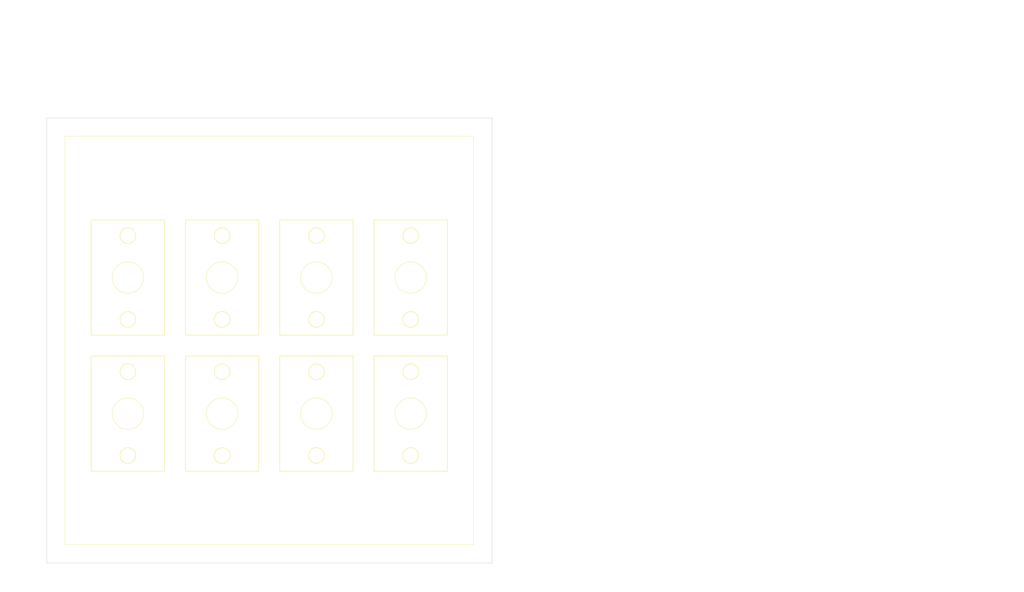
<source format=kicad_pcb>
(kicad_pcb (version 20171130) (host pcbnew "(5.1.10)-1")

  (general
    (thickness 1.6)
    (drawings 66)
    (tracks 0)
    (zones 0)
    (modules 32)
    (nets 1)
  )

  (page A4)
  (layers
    (0 F.Cu signal)
    (31 B.Cu signal)
    (32 B.Adhes user)
    (33 F.Adhes user)
    (34 B.Paste user)
    (35 F.Paste user)
    (36 B.SilkS user)
    (37 F.SilkS user)
    (38 B.Mask user)
    (39 F.Mask user)
    (40 Dwgs.User user)
    (41 Cmts.User user)
    (42 Eco1.User user)
    (43 Eco2.User user)
    (44 Edge.Cuts user)
    (45 Margin user)
    (46 B.CrtYd user)
    (47 F.CrtYd user)
    (48 B.Fab user)
    (49 F.Fab user)
  )

  (setup
    (last_trace_width 0.25)
    (trace_clearance 0.2)
    (zone_clearance 0.508)
    (zone_45_only no)
    (trace_min 0.2)
    (via_size 0.8)
    (via_drill 0.4)
    (via_min_size 0.4)
    (via_min_drill 0.3)
    (uvia_size 0.3)
    (uvia_drill 0.1)
    (uvias_allowed no)
    (uvia_min_size 0.2)
    (uvia_min_drill 0.1)
    (edge_width 0.1)
    (segment_width 0.2)
    (pcb_text_width 0.3)
    (pcb_text_size 1.5 1.5)
    (mod_edge_width 0.15)
    (mod_text_size 1 1)
    (mod_text_width 0.15)
    (pad_size 1.524 1.524)
    (pad_drill 0.762)
    (pad_to_mask_clearance 0)
    (aux_axis_origin 63.5 149.91)
    (grid_origin 63.5 149.91)
    (visible_elements 7FFFFFFF)
    (pcbplotparams
      (layerselection 0x010fc_ffffffff)
      (usegerberextensions false)
      (usegerberattributes true)
      (usegerberadvancedattributes true)
      (creategerberjobfile true)
      (excludeedgelayer true)
      (linewidth 0.100000)
      (plotframeref false)
      (viasonmask false)
      (mode 1)
      (useauxorigin false)
      (hpglpennumber 1)
      (hpglpenspeed 20)
      (hpglpendiameter 15.000000)
      (psnegative false)
      (psa4output false)
      (plotreference true)
      (plotvalue true)
      (plotinvisibletext false)
      (padsonsilk false)
      (subtractmaskfromsilk false)
      (outputformat 1)
      (mirror false)
      (drillshape 0)
      (scaleselection 1)
      (outputdirectory "gerberpannel/"))
  )

  (net 0 "")

  (net_class Default "This is the default net class."
    (clearance 0.2)
    (trace_width 0.25)
    (via_dia 0.8)
    (via_drill 0.4)
    (uvia_dia 0.3)
    (uvia_drill 0.1)
  )

  (module Mounting_Holes:MountingHole_3.2mm_M3 (layer F.Cu) (tedit 56D1B4CB) (tstamp 6171189A)
    (at 278.13 98.475)
    (descr "Mounting Hole 3.2mm, no annular, M3")
    (tags "mounting hole 3.2mm no annular m3")
    (attr virtual)
    (fp_text reference REF** (at 0 -4.2) (layer F.SilkS) hide
      (effects (font (size 1 1) (thickness 0.15)))
    )
    (fp_text value MountingHole_3.2mm_M3 (at 0 4.2) (layer F.Fab)
      (effects (font (size 1 1) (thickness 0.15)))
    )
    (fp_circle (center 0 0) (end 3.45 0) (layer F.CrtYd) (width 0.05))
    (fp_circle (center 0 0) (end 3.2 0) (layer Cmts.User) (width 0.15))
    (fp_text user %R (at 0.3 0) (layer F.Fab)
      (effects (font (size 1 1) (thickness 0.15)))
    )
    (pad 1 np_thru_hole circle (at 0 0) (size 3.2 3.2) (drill 3.2) (layers *.Cu *.Mask))
  )

  (module Mounting_Holes:MountingHole_3.2mm_M3 (layer F.Cu) (tedit 56D1B4CB) (tstamp 6171188C)
    (at 278.13 30.53)
    (descr "Mounting Hole 3.2mm, no annular, M3")
    (tags "mounting hole 3.2mm no annular m3")
    (attr virtual)
    (fp_text reference REF** (at 0 -4.2) (layer F.SilkS) hide
      (effects (font (size 1 1) (thickness 0.15)))
    )
    (fp_text value MountingHole_3.2mm_M3 (at 0 4.2) (layer F.Fab)
      (effects (font (size 1 1) (thickness 0.15)))
    )
    (fp_circle (center 0 0) (end 3.2 0) (layer Cmts.User) (width 0.15))
    (fp_circle (center 0 0) (end 3.45 0) (layer F.CrtYd) (width 0.05))
    (fp_text user %R (at 0.3 0) (layer F.Fab)
      (effects (font (size 1 1) (thickness 0.15)))
    )
    (pad 1 np_thru_hole circle (at 0 0) (size 3.2 3.2) (drill 3.2) (layers *.Cu *.Mask))
  )

  (module Mounting_Holes:MountingHole_3.2mm_M3 (layer F.Cu) (tedit 56D1B4CB) (tstamp 6171187E)
    (at 195.58 98.475)
    (descr "Mounting Hole 3.2mm, no annular, M3")
    (tags "mounting hole 3.2mm no annular m3")
    (attr virtual)
    (fp_text reference REF** (at 0 -4.2) (layer F.SilkS) hide
      (effects (font (size 1 1) (thickness 0.15)))
    )
    (fp_text value MountingHole_3.2mm_M3 (at 0 4.2) (layer F.Fab)
      (effects (font (size 1 1) (thickness 0.15)))
    )
    (fp_circle (center 0 0) (end 3.45 0) (layer F.CrtYd) (width 0.05))
    (fp_circle (center 0 0) (end 3.2 0) (layer Cmts.User) (width 0.15))
    (fp_text user %R (at 0.3 0) (layer F.Fab)
      (effects (font (size 1 1) (thickness 0.15)))
    )
    (pad 1 np_thru_hole circle (at 0 0) (size 3.2 3.2) (drill 3.2) (layers *.Cu *.Mask))
  )

  (module Mounting_Holes:MountingHole_3.2mm_M3 (layer F.Cu) (tedit 56D1B4CB) (tstamp 61711870)
    (at 195.58 30.53)
    (descr "Mounting Hole 3.2mm, no annular, M3")
    (tags "mounting hole 3.2mm no annular m3")
    (attr virtual)
    (fp_text reference REF** (at 0 -4.2) (layer F.SilkS) hide
      (effects (font (size 1 1) (thickness 0.15)))
    )
    (fp_text value MountingHole_3.2mm_M3 (at 3.81 4.2) (layer F.Fab)
      (effects (font (size 1 1) (thickness 0.15)))
    )
    (fp_circle (center 0 0) (end 3.2 0) (layer Cmts.User) (width 0.15))
    (fp_circle (center 0 0) (end 3.45 0) (layer F.CrtYd) (width 0.05))
    (fp_text user %R (at 0.3 0) (layer F.Fab)
      (effects (font (size 1 1) (thickness 0.15)))
    )
    (pad 1 np_thru_hole circle (at 0 0) (size 3.2 3.2) (drill 3.2) (layers *.Cu *.Mask))
  )

  (module Mounting_Holes:MountingHole_3.5mm (layer F.Cu) (tedit 56D1B4CB) (tstamp 6135E590)
    (at 161.925 140.335)
    (descr "Mounting Hole 3.5mm, no annular")
    (tags "mounting hole 3.5mm no annular")
    (attr virtual)
    (fp_text reference REF** (at 0 -4.2) (layer F.SilkS) hide
      (effects (font (size 1 1) (thickness 0.15)))
    )
    (fp_text value MountingHole_3.5mm (at 0 4.2) (layer F.Fab)
      (effects (font (size 1 1) (thickness 0.15)))
    )
    (fp_circle (center 0 0) (end 3.5 0) (layer Cmts.User) (width 0.15))
    (fp_circle (center 0 0) (end 3.75 0) (layer F.CrtYd) (width 0.05))
    (fp_text user %R (at 0.3 0) (layer F.Fab)
      (effects (font (size 1 1) (thickness 0.15)))
    )
    (pad 1 np_thru_hole circle (at 0 0) (size 3.5 3.5) (drill 3.5) (layers *.Cu *.Mask))
  )

  (module Mounting_Holes:MountingHole_3.5mm (layer F.Cu) (tedit 56D1B4CB) (tstamp 6135E582)
    (at 73.025 140.335)
    (descr "Mounting Hole 3.5mm, no annular")
    (tags "mounting hole 3.5mm no annular")
    (attr virtual)
    (fp_text reference REF** (at 0 -4.2) (layer F.SilkS) hide
      (effects (font (size 1 1) (thickness 0.15)))
    )
    (fp_text value MountingHole_3.5mm (at 0 4.2) (layer F.Fab)
      (effects (font (size 1 1) (thickness 0.15)))
    )
    (fp_circle (center 0 0) (end 3.5 0) (layer Cmts.User) (width 0.15))
    (fp_circle (center 0 0) (end 3.75 0) (layer F.CrtYd) (width 0.05))
    (fp_text user %R (at 0.3 0) (layer F.Fab)
      (effects (font (size 1 1) (thickness 0.15)))
    )
    (pad 1 np_thru_hole circle (at 0 0) (size 3.5 3.5) (drill 3.5) (layers *.Cu *.Mask))
  )

  (module Mounting_Holes:MountingHole_3.5mm (layer F.Cu) (tedit 56D1B4CB) (tstamp 6135E59E)
    (at 161.925 51.435)
    (descr "Mounting Hole 3.5mm, no annular")
    (tags "mounting hole 3.5mm no annular")
    (attr virtual)
    (fp_text reference REF** (at 0 -4.2) (layer F.SilkS) hide
      (effects (font (size 1 1) (thickness 0.15)))
    )
    (fp_text value MountingHole_3.5mm (at 0 4.2) (layer F.Fab)
      (effects (font (size 1 1) (thickness 0.15)))
    )
    (fp_circle (center 0 0) (end 3.5 0) (layer Cmts.User) (width 0.15))
    (fp_circle (center 0 0) (end 3.75 0) (layer F.CrtYd) (width 0.05))
    (fp_text user %R (at 0.3 0) (layer F.Fab)
      (effects (font (size 1 1) (thickness 0.15)))
    )
    (pad 1 np_thru_hole circle (at 0 0) (size 3.5 3.5) (drill 3.5) (layers *.Cu *.Mask))
  )

  (module Mounting_Holes:MountingHole_3.5mm (layer F.Cu) (tedit 56D1B4CB) (tstamp 6135E574)
    (at 73.025 51.435)
    (descr "Mounting Hole 3.5mm, no annular")
    (tags "mounting hole 3.5mm no annular")
    (attr virtual)
    (fp_text reference REF** (at 0 -4.2) (layer F.SilkS) hide
      (effects (font (size 1 1) (thickness 0.15)))
    )
    (fp_text value MountingHole_3.5mm (at 0 4.2) (layer F.Fab)
      (effects (font (size 1 1) (thickness 0.15)))
    )
    (fp_circle (center 0 0) (end 3.5 0) (layer Cmts.User) (width 0.15))
    (fp_circle (center 0 0) (end 3.75 0) (layer F.CrtYd) (width 0.05))
    (fp_text user %R (at 0.3 0) (layer F.Fab)
      (effects (font (size 1 1) (thickness 0.15)))
    )
    (pad 1 np_thru_hole circle (at 0 0) (size 3.5 3.5) (drill 3.5) (layers *.Cu *.Mask))
  )

  (module Mounting_Holes:MountingHole_3.2mm_M3 (layer F.Cu) (tedit 56D1B4CB) (tstamp 6135E3E5)
    (at 83.185 103.505)
    (descr "Mounting Hole 3.2mm, no annular, M3")
    (tags "mounting hole 3.2mm no annular m3")
    (attr virtual)
    (fp_text reference REF** (at 0 -4.2) (layer F.SilkS) hide
      (effects (font (size 1 1) (thickness 0.15)))
    )
    (fp_text value MountingHole_3.2mm_M3 (at 0 4.2) (layer F.Fab)
      (effects (font (size 1 1) (thickness 0.15)))
    )
    (fp_circle (center 0 0) (end 3.2 0) (layer Cmts.User) (width 0.15))
    (fp_circle (center 0 0) (end 3.45 0) (layer F.CrtYd) (width 0.05))
    (fp_text user %R (at 0.3 0) (layer F.Fab)
      (effects (font (size 1 1) (thickness 0.15)))
    )
    (pad 1 np_thru_hole circle (at 0 0) (size 3.2 3.2) (drill 3.2) (layers *.Cu *.Mask))
  )

  (module Mounting_Holes:MountingHole_3.2mm_M3 (layer F.Cu) (tedit 56D1B4CB) (tstamp 6135E415)
    (at 83.185 123.825)
    (descr "Mounting Hole 3.2mm, no annular, M3")
    (tags "mounting hole 3.2mm no annular m3")
    (attr virtual)
    (fp_text reference REF** (at 0 -4.2) (layer F.SilkS) hide
      (effects (font (size 1 1) (thickness 0.15)))
    )
    (fp_text value MountingHole_3.2mm_M3 (at 0 4.2) (layer F.Fab)
      (effects (font (size 1 1) (thickness 0.15)))
    )
    (fp_circle (center 0 0) (end 3.45 0) (layer F.CrtYd) (width 0.05))
    (fp_circle (center 0 0) (end 3.2 0) (layer Cmts.User) (width 0.15))
    (fp_text user %R (at 0.3 0) (layer F.Fab)
      (effects (font (size 1 1) (thickness 0.15)))
    )
    (pad 1 np_thru_hole circle (at 0 0) (size 3.2 3.2) (drill 3.2) (layers *.Cu *.Mask))
  )

  (module Mounting_Holes:MountingHole_3.2mm_M3 (layer F.Cu) (tedit 56D1B4CB) (tstamp 6135E608)
    (at 106.045 123.825)
    (descr "Mounting Hole 3.2mm, no annular, M3")
    (tags "mounting hole 3.2mm no annular m3")
    (attr virtual)
    (fp_text reference REF** (at 0 -4.2) (layer F.SilkS) hide
      (effects (font (size 1 1) (thickness 0.15)))
    )
    (fp_text value MountingHole_3.2mm_M3 (at 0 4.2) (layer F.Fab)
      (effects (font (size 1 1) (thickness 0.15)))
    )
    (fp_circle (center 0 0) (end 3.2 0) (layer Cmts.User) (width 0.15))
    (fp_circle (center 0 0) (end 3.45 0) (layer F.CrtYd) (width 0.05))
    (fp_text user %R (at 0.3 0) (layer F.Fab)
      (effects (font (size 1 1) (thickness 0.15)))
    )
    (pad 1 np_thru_hole circle (at 0 0) (size 3.2 3.2) (drill 3.2) (layers *.Cu *.Mask))
  )

  (module Mounting_Holes:MountingHole_3.2mm_M3 (layer F.Cu) (tedit 56D1B4CB) (tstamp 6135E60F)
    (at 106.045 103.505)
    (descr "Mounting Hole 3.2mm, no annular, M3")
    (tags "mounting hole 3.2mm no annular m3")
    (attr virtual)
    (fp_text reference REF** (at 0 -4.2) (layer F.SilkS) hide
      (effects (font (size 1 1) (thickness 0.15)))
    )
    (fp_text value MountingHole_3.2mm_M3 (at 0 4.2) (layer F.Fab)
      (effects (font (size 1 1) (thickness 0.15)))
    )
    (fp_circle (center 0 0) (end 3.45 0) (layer F.CrtYd) (width 0.05))
    (fp_circle (center 0 0) (end 3.2 0) (layer Cmts.User) (width 0.15))
    (fp_text user %R (at 0.3 0) (layer F.Fab)
      (effects (font (size 1 1) (thickness 0.15)))
    )
    (pad 1 np_thru_hole circle (at 0 0) (size 3.2 3.2) (drill 3.2) (layers *.Cu *.Mask))
  )

  (module Mounting_Holes:MountingHole_3.2mm_M3 (layer F.Cu) (tedit 56D1B4CB) (tstamp 6135E641)
    (at 128.905 103.505)
    (descr "Mounting Hole 3.2mm, no annular, M3")
    (tags "mounting hole 3.2mm no annular m3")
    (attr virtual)
    (fp_text reference REF** (at 0 -4.2) (layer F.SilkS) hide
      (effects (font (size 1 1) (thickness 0.15)))
    )
    (fp_text value MountingHole_3.2mm_M3 (at 0 4.2) (layer F.Fab)
      (effects (font (size 1 1) (thickness 0.15)))
    )
    (fp_circle (center 0 0) (end 3.2 0) (layer Cmts.User) (width 0.15))
    (fp_circle (center 0 0) (end 3.45 0) (layer F.CrtYd) (width 0.05))
    (fp_text user %R (at 0.3 0) (layer F.Fab)
      (effects (font (size 1 1) (thickness 0.15)))
    )
    (pad 1 np_thru_hole circle (at 0 0) (size 3.2 3.2) (drill 3.2) (layers *.Cu *.Mask))
  )

  (module Mounting_Holes:MountingHole_3.2mm_M3 (layer F.Cu) (tedit 56D1B4CB) (tstamp 6135E648)
    (at 128.905 123.825)
    (descr "Mounting Hole 3.2mm, no annular, M3")
    (tags "mounting hole 3.2mm no annular m3")
    (attr virtual)
    (fp_text reference REF** (at 0 -4.2) (layer F.SilkS) hide
      (effects (font (size 1 1) (thickness 0.15)))
    )
    (fp_text value MountingHole_3.2mm_M3 (at 0 4.2) (layer F.Fab)
      (effects (font (size 1 1) (thickness 0.15)))
    )
    (fp_circle (center 0 0) (end 3.45 0) (layer F.CrtYd) (width 0.05))
    (fp_circle (center 0 0) (end 3.2 0) (layer Cmts.User) (width 0.15))
    (fp_text user %R (at 0.3 0) (layer F.Fab)
      (effects (font (size 1 1) (thickness 0.15)))
    )
    (pad 1 np_thru_hole circle (at 0 0) (size 3.2 3.2) (drill 3.2) (layers *.Cu *.Mask))
  )

  (module Mounting_Holes:MountingHole_3.2mm_M3 (layer F.Cu) (tedit 56D1B4CB) (tstamp 6135E7C8)
    (at 151.765 103.505)
    (descr "Mounting Hole 3.2mm, no annular, M3")
    (tags "mounting hole 3.2mm no annular m3")
    (attr virtual)
    (fp_text reference REF** (at 0 -4.2) (layer F.SilkS) hide
      (effects (font (size 1 1) (thickness 0.15)))
    )
    (fp_text value MountingHole_3.2mm_M3 (at 0 4.2) (layer F.Fab)
      (effects (font (size 1 1) (thickness 0.15)))
    )
    (fp_circle (center 0 0) (end 3.2 0) (layer Cmts.User) (width 0.15))
    (fp_circle (center 0 0) (end 3.45 0) (layer F.CrtYd) (width 0.05))
    (fp_text user %R (at 0.3 0) (layer F.Fab)
      (effects (font (size 1 1) (thickness 0.15)))
    )
    (pad 1 np_thru_hole circle (at 0 0) (size 3.2 3.2) (drill 3.2) (layers *.Cu *.Mask))
  )

  (module Mounting_Holes:MountingHole_3.2mm_M3 (layer F.Cu) (tedit 56D1B4CB) (tstamp 6135E7CF)
    (at 151.765 123.825)
    (descr "Mounting Hole 3.2mm, no annular, M3")
    (tags "mounting hole 3.2mm no annular m3")
    (attr virtual)
    (fp_text reference REF** (at 0 -4.2) (layer F.SilkS) hide
      (effects (font (size 1 1) (thickness 0.15)))
    )
    (fp_text value MountingHole_3.2mm_M3 (at 0 4.2) (layer F.Fab)
      (effects (font (size 1 1) (thickness 0.15)))
    )
    (fp_circle (center 0 0) (end 3.45 0) (layer F.CrtYd) (width 0.05))
    (fp_circle (center 0 0) (end 3.2 0) (layer Cmts.User) (width 0.15))
    (fp_text user %R (at 0.3 0) (layer F.Fab)
      (effects (font (size 1 1) (thickness 0.15)))
    )
    (pad 1 np_thru_hole circle (at 0 0) (size 3.2 3.2) (drill 3.2) (layers *.Cu *.Mask))
  )

  (module Mounting_Holes:MountingHole_3.2mm_M3 (layer F.Cu) (tedit 56D1B4CB) (tstamp 6135E814)
    (at 128.905 90.805)
    (descr "Mounting Hole 3.2mm, no annular, M3")
    (tags "mounting hole 3.2mm no annular m3")
    (attr virtual)
    (fp_text reference REF** (at 0 -4.2) (layer F.SilkS) hide
      (effects (font (size 1 1) (thickness 0.15)))
    )
    (fp_text value MountingHole_3.2mm_M3 (at 0 4.2) (layer F.Fab)
      (effects (font (size 1 1) (thickness 0.15)))
    )
    (fp_circle (center 0 0) (end 3.2 0) (layer Cmts.User) (width 0.15))
    (fp_circle (center 0 0) (end 3.45 0) (layer F.CrtYd) (width 0.05))
    (fp_text user %R (at 0.3 0) (layer F.Fab)
      (effects (font (size 1 1) (thickness 0.15)))
    )
    (pad 1 np_thru_hole circle (at 0 0) (size 3.2 3.2) (drill 3.2) (layers *.Cu *.Mask))
  )

  (module Mounting_Holes:MountingHole_3.2mm_M3 (layer F.Cu) (tedit 56D1B4CB) (tstamp 6135E82A)
    (at 151.765 70.485)
    (descr "Mounting Hole 3.2mm, no annular, M3")
    (tags "mounting hole 3.2mm no annular m3")
    (attr virtual)
    (fp_text reference REF** (at 0 -4.2) (layer F.SilkS) hide
      (effects (font (size 1 1) (thickness 0.15)))
    )
    (fp_text value MountingHole_3.2mm_M3 (at 0 4.2) (layer F.Fab)
      (effects (font (size 1 1) (thickness 0.15)))
    )
    (fp_circle (center 0 0) (end 3.45 0) (layer F.CrtYd) (width 0.05))
    (fp_circle (center 0 0) (end 3.2 0) (layer Cmts.User) (width 0.15))
    (fp_text user %R (at 0.3 0) (layer F.Fab)
      (effects (font (size 1 1) (thickness 0.15)))
    )
    (pad 1 np_thru_hole circle (at 0 0) (size 3.2 3.2) (drill 3.2) (layers *.Cu *.Mask))
  )

  (module Mounting_Holes:MountingHole_3.2mm_M3 (layer F.Cu) (tedit 56D1B4CB) (tstamp 6135E831)
    (at 151.765 90.805)
    (descr "Mounting Hole 3.2mm, no annular, M3")
    (tags "mounting hole 3.2mm no annular m3")
    (attr virtual)
    (fp_text reference REF** (at 0 -4.2) (layer F.SilkS) hide
      (effects (font (size 1 1) (thickness 0.15)))
    )
    (fp_text value MountingHole_3.2mm_M3 (at 0 4.2) (layer F.Fab)
      (effects (font (size 1 1) (thickness 0.15)))
    )
    (fp_circle (center 0 0) (end 3.2 0) (layer Cmts.User) (width 0.15))
    (fp_circle (center 0 0) (end 3.45 0) (layer F.CrtYd) (width 0.05))
    (fp_text user %R (at 0.3 0) (layer F.Fab)
      (effects (font (size 1 1) (thickness 0.15)))
    )
    (pad 1 np_thru_hole circle (at 0 0) (size 3.2 3.2) (drill 3.2) (layers *.Cu *.Mask))
  )

  (module Mounting_Holes:MountingHole_3.2mm_M3 (layer F.Cu) (tedit 56D1B4CB) (tstamp 6135E838)
    (at 83.185 90.805)
    (descr "Mounting Hole 3.2mm, no annular, M3")
    (tags "mounting hole 3.2mm no annular m3")
    (attr virtual)
    (fp_text reference REF** (at 0 -4.2) (layer F.SilkS) hide
      (effects (font (size 1 1) (thickness 0.15)))
    )
    (fp_text value MountingHole_3.2mm_M3 (at 0 4.2) (layer F.Fab)
      (effects (font (size 1 1) (thickness 0.15)))
    )
    (fp_circle (center 0 0) (end 3.2 0) (layer Cmts.User) (width 0.15))
    (fp_circle (center 0 0) (end 3.45 0) (layer F.CrtYd) (width 0.05))
    (fp_text user %R (at 0.3 0) (layer F.Fab)
      (effects (font (size 1 1) (thickness 0.15)))
    )
    (pad 1 np_thru_hole circle (at 0 0) (size 3.2 3.2) (drill 3.2) (layers *.Cu *.Mask))
  )

  (module Mounting_Holes:MountingHole_3.2mm_M3 (layer F.Cu) (tedit 56D1B4CB) (tstamp 6135E83F)
    (at 83.185 70.485)
    (descr "Mounting Hole 3.2mm, no annular, M3")
    (tags "mounting hole 3.2mm no annular m3")
    (attr virtual)
    (fp_text reference REF** (at 0 -4.2) (layer F.SilkS) hide
      (effects (font (size 1 1) (thickness 0.15)))
    )
    (fp_text value MountingHole_3.2mm_M3 (at 0 4.2) (layer F.Fab)
      (effects (font (size 1 1) (thickness 0.15)))
    )
    (fp_circle (center 0 0) (end 3.45 0) (layer F.CrtYd) (width 0.05))
    (fp_circle (center 0 0) (end 3.2 0) (layer Cmts.User) (width 0.15))
    (fp_text user %R (at 0.3 0) (layer F.Fab)
      (effects (font (size 1 1) (thickness 0.15)))
    )
    (pad 1 np_thru_hole circle (at 0 0) (size 3.2 3.2) (drill 3.2) (layers *.Cu *.Mask))
  )

  (module Mounting_Holes:MountingHole_3.2mm_M3 (layer F.Cu) (tedit 56D1B4CB) (tstamp 6135E846)
    (at 106.045 70.485)
    (descr "Mounting Hole 3.2mm, no annular, M3")
    (tags "mounting hole 3.2mm no annular m3")
    (attr virtual)
    (fp_text reference REF** (at 0 -4.2) (layer F.SilkS) hide
      (effects (font (size 1 1) (thickness 0.15)))
    )
    (fp_text value MountingHole_3.2mm_M3 (at 0 4.2) (layer F.Fab)
      (effects (font (size 1 1) (thickness 0.15)))
    )
    (fp_circle (center 0 0) (end 3.2 0) (layer Cmts.User) (width 0.15))
    (fp_circle (center 0 0) (end 3.45 0) (layer F.CrtYd) (width 0.05))
    (fp_text user %R (at 0.3 0) (layer F.Fab)
      (effects (font (size 1 1) (thickness 0.15)))
    )
    (pad 1 np_thru_hole circle (at 0 0) (size 3.2 3.2) (drill 3.2) (layers *.Cu *.Mask))
  )

  (module Mounting_Holes:MountingHole_3.2mm_M3 (layer F.Cu) (tedit 56D1B4CB) (tstamp 6135E84D)
    (at 128.905 70.485)
    (descr "Mounting Hole 3.2mm, no annular, M3")
    (tags "mounting hole 3.2mm no annular m3")
    (attr virtual)
    (fp_text reference REF** (at 0 -4.2) (layer F.SilkS) hide
      (effects (font (size 1 1) (thickness 0.15)))
    )
    (fp_text value MountingHole_3.2mm_M3 (at 0 4.2) (layer F.Fab)
      (effects (font (size 1 1) (thickness 0.15)))
    )
    (fp_circle (center 0 0) (end 3.45 0) (layer F.CrtYd) (width 0.05))
    (fp_circle (center 0 0) (end 3.2 0) (layer Cmts.User) (width 0.15))
    (fp_text user %R (at 0.3 0) (layer F.Fab)
      (effects (font (size 1 1) (thickness 0.15)))
    )
    (pad 1 np_thru_hole circle (at 0 0) (size 3.2 3.2) (drill 3.2) (layers *.Cu *.Mask))
  )

  (module Mounting_Holes:MountingHole_3.2mm_M3 (layer F.Cu) (tedit 56D1B4CB) (tstamp 6135E854)
    (at 106.045 90.805)
    (descr "Mounting Hole 3.2mm, no annular, M3")
    (tags "mounting hole 3.2mm no annular m3")
    (attr virtual)
    (fp_text reference REF** (at 0 -4.2) (layer F.SilkS) hide
      (effects (font (size 1 1) (thickness 0.15)))
    )
    (fp_text value MountingHole_3.2mm_M3 (at 0 4.2) (layer F.Fab)
      (effects (font (size 1 1) (thickness 0.15)))
    )
    (fp_circle (center 0 0) (end 3.45 0) (layer F.CrtYd) (width 0.05))
    (fp_circle (center 0 0) (end 3.2 0) (layer Cmts.User) (width 0.15))
    (fp_text user %R (at 0.3 0) (layer F.Fab)
      (effects (font (size 1 1) (thickness 0.15)))
    )
    (pad 1 np_thru_hole circle (at 0 0) (size 3.2 3.2) (drill 3.2) (layers *.Cu *.Mask))
  )

  (module Sebs:6.35mm (layer F.Cu) (tedit 6135EBD8) (tstamp 6135F5E8)
    (at 151.765 113.665)
    (fp_text reference REF** (at 0 -6.8) (layer F.SilkS) hide
      (effects (font (size 1 1) (thickness 0.15)))
    )
    (fp_text value 6.35mm (at 0 -5.4) (layer F.Fab)
      (effects (font (size 1 1) (thickness 0.15)))
    )
    (fp_circle (center 0 0) (end 3.81 0) (layer F.SilkS) (width 0.12))
    (pad "" np_thru_hole circle (at 0 0) (size 6.35 6.35) (drill 6.35) (layers *.Cu *.Mask))
  )

  (module Sebs:6.35mm (layer F.Cu) (tedit 6135EBD8) (tstamp 6135F5D5)
    (at 128.905 113.665)
    (fp_text reference REF** (at 0 -6.8) (layer F.SilkS) hide
      (effects (font (size 1 1) (thickness 0.15)))
    )
    (fp_text value 6.35mm (at 0 -5.4) (layer F.Fab)
      (effects (font (size 1 1) (thickness 0.15)))
    )
    (fp_circle (center 0 0) (end 3.81 0) (layer F.SilkS) (width 0.12))
    (pad "" np_thru_hole circle (at 0 0) (size 6.35 6.35) (drill 6.35) (layers *.Cu *.Mask))
  )

  (module Sebs:6.35mm (layer F.Cu) (tedit 6135EBD8) (tstamp 6135F5C2)
    (at 106.045 113.665)
    (fp_text reference REF** (at 0 -6.8) (layer F.SilkS) hide
      (effects (font (size 1 1) (thickness 0.15)))
    )
    (fp_text value 6.35mm (at 0 -5.4) (layer F.Fab)
      (effects (font (size 1 1) (thickness 0.15)))
    )
    (fp_circle (center 0 0) (end 3.81 0) (layer F.SilkS) (width 0.12))
    (pad "" np_thru_hole circle (at 0 0) (size 6.35 6.35) (drill 6.35) (layers *.Cu *.Mask))
  )

  (module Sebs:6.35mm (layer F.Cu) (tedit 6135EBD8) (tstamp 6135F59C)
    (at 151.765 80.645)
    (fp_text reference REF** (at 0 -6.8) (layer F.SilkS) hide
      (effects (font (size 1 1) (thickness 0.15)))
    )
    (fp_text value 6.35mm (at 0 -5.4) (layer F.Fab)
      (effects (font (size 1 1) (thickness 0.15)))
    )
    (fp_circle (center 0 0) (end 3.81 0) (layer F.SilkS) (width 0.12))
    (pad "" np_thru_hole circle (at 0 0) (size 6.35 6.35) (drill 6.35) (layers *.Cu *.Mask))
  )

  (module Sebs:6.35mm (layer F.Cu) (tedit 6135EBD8) (tstamp 6135F589)
    (at 128.905 80.645)
    (fp_text reference REF** (at 0 -6.8) (layer F.SilkS) hide
      (effects (font (size 1 1) (thickness 0.15)))
    )
    (fp_text value 6.35mm (at 0 -5.4) (layer F.Fab)
      (effects (font (size 1 1) (thickness 0.15)))
    )
    (fp_circle (center 0 0) (end 3.81 0) (layer F.SilkS) (width 0.12))
    (pad "" np_thru_hole circle (at 0 0) (size 6.35 6.35) (drill 6.35) (layers *.Cu *.Mask))
  )

  (module Sebs:6.35mm (layer F.Cu) (tedit 6135EBD8) (tstamp 6135F569)
    (at 106.045 80.645)
    (fp_text reference REF** (at 0 -6.8) (layer F.SilkS) hide
      (effects (font (size 1 1) (thickness 0.15)))
    )
    (fp_text value 6.35mm (at 0 -5.4) (layer F.Fab)
      (effects (font (size 1 1) (thickness 0.15)))
    )
    (fp_circle (center 0 0) (end 3.81 0) (layer F.SilkS) (width 0.12))
    (pad "" np_thru_hole circle (at 0 0) (size 6.35 6.35) (drill 6.35) (layers *.Cu *.Mask))
  )

  (module Sebs:6.35mm (layer F.Cu) (tedit 6135EBD8) (tstamp 6135F4FD)
    (at 83.185 80.645)
    (fp_text reference REF** (at 0 -6.8) (layer F.SilkS) hide
      (effects (font (size 1 1) (thickness 0.15)))
    )
    (fp_text value 6.35mm (at 0 -5.4) (layer F.Fab)
      (effects (font (size 1 1) (thickness 0.15)))
    )
    (fp_circle (center 0 0) (end 3.81 0) (layer F.SilkS) (width 0.12))
    (pad "" np_thru_hole circle (at 0 0) (size 6.35 6.35) (drill 6.35) (layers *.Cu *.Mask))
  )

  (module Sebs:6.35mm (layer F.Cu) (tedit 6135EBD8) (tstamp 6135F5AF)
    (at 83.185 113.665)
    (fp_text reference REF** (at 0 -6.8) (layer F.SilkS) hide
      (effects (font (size 1 1) (thickness 0.15)))
    )
    (fp_text value 6.35mm (at 0 -5.4) (layer F.Fab)
      (effects (font (size 1 1) (thickness 0.15)))
    )
    (fp_circle (center 0 0) (end 3.81 0) (layer F.SilkS) (width 0.12))
    (pad "" np_thru_hole circle (at 0 0) (size 6.35 6.35) (drill 6.35) (layers *.Cu *.Mask))
  )

  (dimension 67.945 (width 0.15) (layer Dwgs.User)
    (gr_text "67.945 mm" (at 292.13 64.5025 270) (layer Dwgs.User) (tstamp 618623D4)
      (effects (font (size 1 1) (thickness 0.15)))
    )
    (feature1 (pts (xy 278.13 98.475) (xy 291.416421 98.475)))
    (feature2 (pts (xy 278.13 30.53) (xy 291.416421 30.53)))
    (crossbar (pts (xy 290.83 30.53) (xy 290.83 98.475)))
    (arrow1a (pts (xy 290.83 98.475) (xy 290.243579 97.348496)))
    (arrow1b (pts (xy 290.83 98.475) (xy 291.416421 97.348496)))
    (arrow2a (pts (xy 290.83 30.53) (xy 290.243579 31.656504)))
    (arrow2b (pts (xy 290.83 30.53) (xy 291.416421 31.656504)))
  )
  (dimension 75.565 (width 0.15) (layer Dwgs.User)
    (gr_text "75.565 mm" (at 299.115 64.5025 270) (layer Dwgs.User)
      (effects (font (size 1 1) (thickness 0.15)))
    )
    (feature1 (pts (xy 281.94 102.285) (xy 298.401421 102.285)))
    (feature2 (pts (xy 281.94 26.72) (xy 298.401421 26.72)))
    (crossbar (pts (xy 297.815 26.72) (xy 297.815 102.285)))
    (arrow1a (pts (xy 297.815 102.285) (xy 297.228579 101.158496)))
    (arrow1b (pts (xy 297.815 102.285) (xy 298.401421 101.158496)))
    (arrow2a (pts (xy 297.815 26.72) (xy 297.228579 27.846504)))
    (arrow2b (pts (xy 297.815 26.72) (xy 298.401421 27.846504)))
  )
  (dimension 90.17 (width 0.15) (layer Dwgs.User)
    (gr_text "90.170 mm" (at 236.855 13.99) (layer Dwgs.User) (tstamp 618623CB)
      (effects (font (size 1 1) (thickness 0.15)))
    )
    (feature1 (pts (xy 281.94 26.72) (xy 281.94 14.703579)))
    (feature2 (pts (xy 191.77 26.72) (xy 191.77 14.703579)))
    (crossbar (pts (xy 191.77 15.29) (xy 281.94 15.29)))
    (arrow1a (pts (xy 281.94 15.29) (xy 280.813496 15.876421)))
    (arrow1b (pts (xy 281.94 15.29) (xy 280.813496 14.703579)))
    (arrow2a (pts (xy 191.77 15.29) (xy 192.896504 15.876421)))
    (arrow2b (pts (xy 191.77 15.29) (xy 192.896504 14.703579)))
  )
  (gr_line (start 281.94 26.72) (end 191.77 26.72) (layer Dwgs.User) (width 0.15) (tstamp 61712087))
  (gr_line (start 281.94 102.285) (end 281.94 26.72) (layer Dwgs.User) (width 0.15))
  (gr_line (start 191.77 102.285) (end 281.94 102.285) (layer Dwgs.User) (width 0.15))
  (gr_line (start 191.77 26.72) (end 191.77 102.285) (layer Dwgs.User) (width 0.15))
  (dimension 108 (width 0.15) (layer Dwgs.User)
    (gr_text "108.000 mm" (at 55.85 95.91 90) (layer Dwgs.User)
      (effects (font (size 1 1) (thickness 0.15)))
    )
    (feature1 (pts (xy 63.5 41.91) (xy 56.563579 41.91)))
    (feature2 (pts (xy 63.5 149.91) (xy 56.563579 149.91)))
    (crossbar (pts (xy 57.15 149.91) (xy 57.15 41.91)))
    (arrow1a (pts (xy 57.15 41.91) (xy 57.736421 43.036504)))
    (arrow1b (pts (xy 57.15 41.91) (xy 56.563579 43.036504)))
    (arrow2a (pts (xy 57.15 149.91) (xy 57.736421 148.783496)))
    (arrow2b (pts (xy 57.15 149.91) (xy 56.563579 148.783496)))
  )
  (dimension 108 (width 0.15) (layer Dwgs.User)
    (gr_text "108.000 mm" (at 117.5 157.56) (layer Dwgs.User)
      (effects (font (size 1 1) (thickness 0.15)))
    )
    (feature1 (pts (xy 171.5 149.91) (xy 171.5 156.846421)))
    (feature2 (pts (xy 63.5 149.91) (xy 63.5 156.846421)))
    (crossbar (pts (xy 63.5 156.26) (xy 171.5 156.26)))
    (arrow1a (pts (xy 171.5 156.26) (xy 170.373496 156.846421)))
    (arrow1b (pts (xy 171.5 156.26) (xy 170.373496 155.673579)))
    (arrow2a (pts (xy 63.5 156.26) (xy 64.626504 156.846421)))
    (arrow2b (pts (xy 63.5 156.26) (xy 64.626504 155.673579)))
  )
  (dimension 82.55 (width 0.15) (layer Dwgs.User)
    (gr_text "82.550 mm" (at 236.855 20.975) (layer Dwgs.User) (tstamp 618623BF)
      (effects (font (size 1 1) (thickness 0.15)))
    )
    (feature1 (pts (xy 278.13 30.53) (xy 278.13 21.688579)))
    (feature2 (pts (xy 195.58 30.53) (xy 195.58 21.688579)))
    (crossbar (pts (xy 195.58 22.275) (xy 278.13 22.275)))
    (arrow1a (pts (xy 278.13 22.275) (xy 277.003496 22.861421)))
    (arrow1b (pts (xy 278.13 22.275) (xy 277.003496 21.688579)))
    (arrow2a (pts (xy 195.58 22.275) (xy 196.706504 22.861421)))
    (arrow2b (pts (xy 195.58 22.275) (xy 196.706504 21.688579)))
  )
  (gr_line (start 63.5 149.91) (end 171.5 149.91) (layer Edge.Cuts) (width 0.1) (tstamp 616C0EE0))
  (gr_line (start 63.5 41.91) (end 171.5 41.91) (layer Edge.Cuts) (width 0.1) (tstamp 616C0E9A))
  (gr_line (start 171.5 41.91) (end 171.5 149.91) (layer Edge.Cuts) (width 0.1) (tstamp 616C0E98))
  (gr_line (start 63.5 41.91) (end 63.5 149.91) (layer Edge.Cuts) (width 0.1) (tstamp 616C0E96))
  (gr_circle (center 83.185 90.805) (end 85.09 90.805) (layer F.SilkS) (width 0.15) (tstamp 6135F2F8))
  (gr_circle (center 83.185 70.485) (end 85.09 70.485) (layer F.SilkS) (width 0.15) (tstamp 6135F2F6))
  (gr_circle (center 106.045 70.485) (end 107.95 70.485) (layer F.SilkS) (width 0.15) (tstamp 6135F2F4))
  (gr_circle (center 106.045 90.805) (end 107.95 90.805) (layer F.SilkS) (width 0.15) (tstamp 6135F2F2))
  (gr_circle (center 128.905 90.805) (end 130.81 90.805) (layer F.SilkS) (width 0.15) (tstamp 6135F2F0))
  (gr_circle (center 128.905 70.485) (end 130.81 70.485) (layer F.SilkS) (width 0.15) (tstamp 6135F2EE))
  (gr_circle (center 151.765 70.485) (end 153.67 70.485) (layer F.SilkS) (width 0.15) (tstamp 6135F2EC))
  (gr_circle (center 151.765 90.805) (end 153.67 90.805) (layer F.SilkS) (width 0.15) (tstamp 6135F2EA))
  (gr_circle (center 151.765 123.825) (end 153.67 123.825) (layer F.SilkS) (width 0.15) (tstamp 6135F2E8))
  (gr_circle (center 151.765 103.505) (end 153.67 103.505) (layer F.SilkS) (width 0.15) (tstamp 6135F2E6))
  (gr_circle (center 128.905 103.505) (end 130.81 103.505) (layer F.SilkS) (width 0.15) (tstamp 6135F2E4))
  (gr_circle (center 128.905 123.825) (end 130.81 123.825) (layer F.SilkS) (width 0.15) (tstamp 6135F2E2))
  (gr_circle (center 106.045 123.825) (end 107.95 123.825) (layer F.SilkS) (width 0.15) (tstamp 6135F2E0))
  (gr_circle (center 106.045 103.505) (end 107.95 103.505) (layer F.SilkS) (width 0.15) (tstamp 6135F2DE))
  (gr_circle (center 83.185 123.825) (end 85.09 123.825) (layer F.SilkS) (width 0.15) (tstamp 6135F23F))
  (gr_circle (center 83.185 103.505) (end 85.09 103.505) (layer F.SilkS) (width 0.15))
  (gr_line (start 114.935 66.675) (end 114.935 94.615) (layer F.SilkS) (width 0.15) (tstamp 6135E829))
  (gr_line (start 114.935 94.615) (end 97.155 94.615) (layer F.SilkS) (width 0.15) (tstamp 6135E828))
  (gr_line (start 97.155 66.675) (end 114.935 66.675) (layer F.SilkS) (width 0.15) (tstamp 6135E826))
  (gr_line (start 97.155 94.615) (end 97.155 66.675) (layer F.SilkS) (width 0.15) (tstamp 6135E825))
  (gr_line (start 92.075 94.615) (end 74.295 94.615) (layer F.SilkS) (width 0.15) (tstamp 6135E824))
  (gr_line (start 92.075 66.675) (end 92.075 94.615) (layer F.SilkS) (width 0.15) (tstamp 6135E823))
  (gr_line (start 74.295 66.675) (end 92.075 66.675) (layer F.SilkS) (width 0.15) (tstamp 6135E821))
  (gr_line (start 74.295 94.615) (end 74.295 66.675) (layer F.SilkS) (width 0.15) (tstamp 6135E820))
  (gr_line (start 142.875 94.615) (end 142.875 66.675) (layer F.SilkS) (width 0.15) (tstamp 6135E81F))
  (gr_line (start 160.655 94.615) (end 142.875 94.615) (layer F.SilkS) (width 0.15) (tstamp 6135E81E))
  (gr_line (start 142.875 66.675) (end 160.655 66.675) (layer F.SilkS) (width 0.15) (tstamp 6135E81D))
  (gr_line (start 160.655 66.675) (end 160.655 94.615) (layer F.SilkS) (width 0.15) (tstamp 6135E81C))
  (gr_line (start 137.795 94.615) (end 120.015 94.615) (layer F.SilkS) (width 0.15) (tstamp 6135E812))
  (gr_line (start 120.015 94.615) (end 120.015 66.675) (layer F.SilkS) (width 0.15) (tstamp 6135E811))
  (gr_line (start 120.015 66.675) (end 137.795 66.675) (layer F.SilkS) (width 0.15) (tstamp 6135E810))
  (gr_line (start 137.795 66.675) (end 137.795 94.615) (layer F.SilkS) (width 0.15) (tstamp 6135E80F))
  (gr_line (start 160.655 99.695) (end 160.655 127.635) (layer F.SilkS) (width 0.15) (tstamp 6135E7C7))
  (gr_line (start 160.655 127.635) (end 142.875 127.635) (layer F.SilkS) (width 0.15) (tstamp 6135E7C6))
  (gr_line (start 142.875 99.695) (end 160.655 99.695) (layer F.SilkS) (width 0.15) (tstamp 6135E7C4))
  (gr_line (start 142.875 127.635) (end 142.875 99.695) (layer F.SilkS) (width 0.15) (tstamp 6135E7C3))
  (gr_line (start 137.795 99.695) (end 137.795 127.635) (layer F.SilkS) (width 0.15) (tstamp 6135E640))
  (gr_line (start 137.795 127.635) (end 120.015 127.635) (layer F.SilkS) (width 0.15) (tstamp 6135E63F))
  (gr_line (start 120.015 99.695) (end 137.795 99.695) (layer F.SilkS) (width 0.15) (tstamp 6135E63D))
  (gr_line (start 120.015 127.635) (end 120.015 99.695) (layer F.SilkS) (width 0.15) (tstamp 6135E63C))
  (gr_line (start 114.935 127.635) (end 97.155 127.635) (layer F.SilkS) (width 0.15) (tstamp 6135E607))
  (gr_line (start 114.935 99.695) (end 114.935 127.635) (layer F.SilkS) (width 0.15) (tstamp 6135E606))
  (gr_line (start 97.155 99.695) (end 114.935 99.695) (layer F.SilkS) (width 0.15) (tstamp 6135E604))
  (gr_line (start 97.155 127.635) (end 97.155 99.695) (layer F.SilkS) (width 0.15) (tstamp 6135E603))
  (gr_line (start 92.075 127.635) (end 74.295 127.635) (layer F.SilkS) (width 0.15) (tstamp 6135E54E))
  (gr_line (start 92.075 99.695) (end 92.075 127.635) (layer F.SilkS) (width 0.15) (tstamp 6135E549))
  (gr_line (start 74.295 127.635) (end 74.295 99.695) (layer F.SilkS) (width 0.15) (tstamp 6135E548))
  (gr_line (start 74.295 99.695) (end 92.075 99.695) (layer F.SilkS) (width 0.15) (tstamp 6135E4B8))
  (gr_line (start 167.005 46.355) (end 167.005 145.415) (layer F.SilkS) (width 0.1) (tstamp 6135E406))
  (gr_line (start 67.945 46.355) (end 67.945 145.415) (layer F.SilkS) (width 0.1) (tstamp 6135E3FF))
  (gr_line (start 67.945 145.415) (end 167.005 145.415) (layer F.SilkS) (width 0.1) (tstamp 6135E3F6))
  (gr_line (start 67.945 46.355) (end 167.005 46.355) (layer F.SilkS) (width 0.1))

)

</source>
